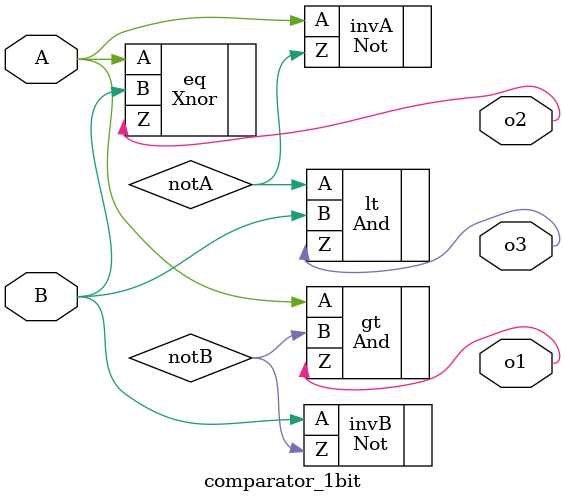
<source format=v>
module comparator_1bit (
  input A,
  input B,
  output o1,  // A > B
  output o2,  // A == B
  output o3   // A < B
);
  wire notB, notA, A_grt_B, A_lst_B, A_eql_B;

  // A > B: A & ~B
  Not invB(.A(B), .Z(notB));
  And gt(.A(A), .B(notB), .Z(o1));

  // A == B: ~(A ^ B)
  Xnor eq(.A(A), .B(B), .Z(o2));

  // A < B: ~A & B
  Not invA(.A(A), .Z(notA));
  And lt(.A(notA), .B(B), .Z(o3));

endmodule
</source>
